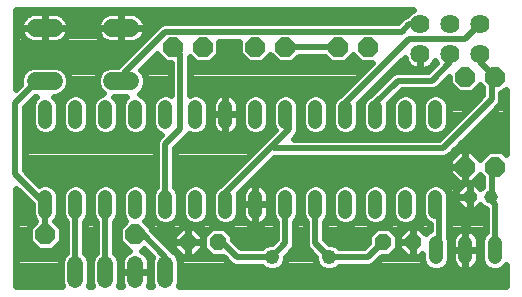
<source format=gtl>
G75*
%MOIN*%
%OFA0B0*%
%FSLAX25Y25*%
%IPPOS*%
%LPD*%
%AMOC8*
5,1,8,0,0,1.08239X$1,22.5*
%
%ADD10OC8,0.05600*%
%ADD11C,0.04800*%
%ADD12C,0.06400*%
%ADD13OC8,0.06600*%
%ADD14C,0.04800*%
%ADD15C,0.05400*%
%ADD16OC8,0.04600*%
%ADD17C,0.04600*%
%ADD18C,0.06000*%
%ADD19C,0.02400*%
%ADD20C,0.02000*%
D10*
X0072200Y0029700D03*
X0082200Y0029700D03*
X0137200Y0029700D03*
X0147200Y0029700D03*
D11*
X0154853Y0029495D02*
X0154853Y0024695D01*
X0164695Y0024695D02*
X0164695Y0029495D01*
X0174538Y0029495D02*
X0174538Y0024695D01*
X0154700Y0039800D02*
X0154700Y0044600D01*
X0144700Y0044600D02*
X0144700Y0039800D01*
X0134700Y0039800D02*
X0134700Y0044600D01*
X0124700Y0044600D02*
X0124700Y0039800D01*
X0114700Y0039800D02*
X0114700Y0044600D01*
X0104700Y0044600D02*
X0104700Y0039800D01*
X0094700Y0039800D02*
X0094700Y0044600D01*
X0084700Y0044600D02*
X0084700Y0039800D01*
X0074700Y0039800D02*
X0074700Y0044600D01*
X0064700Y0044600D02*
X0064700Y0039800D01*
X0054700Y0039800D02*
X0054700Y0044600D01*
X0044700Y0044600D02*
X0044700Y0039800D01*
X0034700Y0039800D02*
X0034700Y0044600D01*
X0024700Y0044600D02*
X0024700Y0039800D01*
X0024700Y0069800D02*
X0024700Y0074600D01*
X0034700Y0074600D02*
X0034700Y0069800D01*
X0044700Y0069800D02*
X0044700Y0074600D01*
X0054700Y0074600D02*
X0054700Y0069800D01*
X0064700Y0069800D02*
X0064700Y0074600D01*
X0074700Y0074600D02*
X0074700Y0069800D01*
X0084700Y0069800D02*
X0084700Y0074600D01*
X0094700Y0074600D02*
X0094700Y0069800D01*
X0104700Y0069800D02*
X0104700Y0074600D01*
X0114700Y0074600D02*
X0114700Y0069800D01*
X0124700Y0069800D02*
X0124700Y0074600D01*
X0134700Y0074600D02*
X0134700Y0069800D01*
X0144700Y0069800D02*
X0144700Y0074600D01*
X0154700Y0074600D02*
X0154700Y0069800D01*
D12*
X0149700Y0092200D03*
X0159700Y0092200D03*
X0169700Y0092200D03*
X0169700Y0102200D03*
X0159700Y0102200D03*
X0149700Y0102200D03*
D13*
X0132200Y0094700D03*
X0122200Y0094700D03*
X0104700Y0094700D03*
X0094700Y0094700D03*
X0077200Y0094700D03*
X0067200Y0094700D03*
X0164700Y0084700D03*
X0174700Y0084700D03*
X0174700Y0054700D03*
X0164700Y0054700D03*
X0054700Y0032200D03*
X0024700Y0032200D03*
D14*
X0100200Y0024700D03*
X0119200Y0024700D03*
D15*
X0064700Y0022400D02*
X0064700Y0017000D01*
X0054700Y0017000D02*
X0054700Y0022400D01*
X0044700Y0022400D02*
X0044700Y0017000D01*
X0034700Y0017000D02*
X0034700Y0022400D01*
D16*
X0166200Y0044700D03*
D17*
X0173200Y0044700D03*
D18*
X0053000Y0083300D02*
X0047000Y0083300D01*
X0027400Y0083300D02*
X0021400Y0083300D01*
X0021400Y0101100D02*
X0027400Y0101100D01*
X0047000Y0101100D02*
X0053000Y0101100D01*
D19*
X0014900Y0047475D02*
X0014900Y0014900D01*
X0030266Y0014900D01*
X0029800Y0016025D01*
X0029800Y0023375D01*
X0030546Y0025176D01*
X0031500Y0026130D01*
X0031500Y0036495D01*
X0030800Y0037194D01*
X0030100Y0038885D01*
X0030100Y0045515D01*
X0030800Y0047206D01*
X0032094Y0048500D01*
X0033785Y0049200D01*
X0035615Y0049200D01*
X0037306Y0048500D01*
X0038600Y0047206D01*
X0039300Y0045515D01*
X0039300Y0038885D01*
X0038600Y0037194D01*
X0037900Y0036495D01*
X0037900Y0026130D01*
X0038854Y0025176D01*
X0039600Y0023375D01*
X0039600Y0016025D01*
X0039134Y0014900D01*
X0040266Y0014900D01*
X0039800Y0016025D01*
X0039800Y0023375D01*
X0040546Y0025176D01*
X0041500Y0026130D01*
X0041500Y0036495D01*
X0040800Y0037194D01*
X0040100Y0038885D01*
X0040100Y0045515D01*
X0040800Y0047206D01*
X0042094Y0048500D01*
X0043785Y0049200D01*
X0045615Y0049200D01*
X0047306Y0048500D01*
X0048600Y0047206D01*
X0049300Y0045515D01*
X0049300Y0038885D01*
X0048600Y0037194D01*
X0047900Y0036495D01*
X0047900Y0026130D01*
X0048854Y0025176D01*
X0049600Y0023375D01*
X0049600Y0016025D01*
X0049134Y0014900D01*
X0050271Y0014900D01*
X0050159Y0015119D01*
X0049921Y0015853D01*
X0049800Y0016614D01*
X0049800Y0019700D01*
X0054700Y0019700D01*
X0059600Y0019700D01*
X0059600Y0022786D01*
X0059479Y0023547D01*
X0059241Y0024281D01*
X0058891Y0024968D01*
X0058437Y0025592D01*
X0057892Y0026137D01*
X0057268Y0026591D01*
X0057004Y0026726D01*
X0057576Y0027298D01*
X0060298Y0024577D01*
X0059800Y0023375D01*
X0059800Y0016025D01*
X0060266Y0014900D01*
X0059129Y0014900D01*
X0059241Y0015119D01*
X0059479Y0015853D01*
X0059600Y0016614D01*
X0059600Y0019700D01*
X0054700Y0019700D01*
X0054700Y0019700D01*
X0054700Y0019700D01*
X0049800Y0019700D01*
X0049800Y0022786D01*
X0049921Y0023547D01*
X0050159Y0024281D01*
X0050509Y0024968D01*
X0050962Y0025592D01*
X0051508Y0026137D01*
X0052132Y0026591D01*
X0052396Y0026726D01*
X0049200Y0029922D01*
X0049200Y0034478D01*
X0051358Y0036636D01*
X0050800Y0037194D01*
X0050100Y0038885D01*
X0050100Y0045515D01*
X0050800Y0047206D01*
X0052094Y0048500D01*
X0053785Y0049200D01*
X0055615Y0049200D01*
X0057306Y0048500D01*
X0058600Y0047206D01*
X0059300Y0045515D01*
X0059300Y0038885D01*
X0058600Y0037194D01*
X0058042Y0036636D01*
X0060200Y0034478D01*
X0060200Y0033725D01*
X0067298Y0026628D01*
X0067476Y0026554D01*
X0068854Y0025176D01*
X0069600Y0023375D01*
X0069600Y0016025D01*
X0069134Y0014900D01*
X0178201Y0014900D01*
X0178201Y0021853D01*
X0177143Y0020796D01*
X0175453Y0020095D01*
X0173623Y0020095D01*
X0171932Y0020796D01*
X0170638Y0022090D01*
X0169938Y0023780D01*
X0169938Y0030410D01*
X0170638Y0032101D01*
X0171500Y0032963D01*
X0171500Y0040533D01*
X0170651Y0040885D01*
X0169700Y0041836D01*
X0168064Y0040200D01*
X0166200Y0040200D01*
X0166200Y0044700D01*
X0166200Y0044700D01*
X0166200Y0049200D01*
X0168064Y0049200D01*
X0169700Y0047564D01*
X0170250Y0048114D01*
X0170250Y0051372D01*
X0169700Y0051922D01*
X0166978Y0049200D01*
X0164700Y0049200D01*
X0164700Y0054700D01*
X0164700Y0054700D01*
X0164700Y0060200D01*
X0166978Y0060200D01*
X0169700Y0057478D01*
X0172422Y0060200D01*
X0176978Y0060200D01*
X0178201Y0058977D01*
X0178201Y0080423D01*
X0176978Y0079200D01*
X0176650Y0079200D01*
X0176650Y0076563D01*
X0176163Y0075387D01*
X0159913Y0059137D01*
X0159013Y0058237D01*
X0157837Y0057750D01*
X0101025Y0057750D01*
X0089151Y0045875D01*
X0089300Y0045515D01*
X0089300Y0038885D01*
X0088600Y0037194D01*
X0087306Y0035900D01*
X0085615Y0035200D01*
X0083785Y0035200D01*
X0082094Y0035900D01*
X0080800Y0037194D01*
X0080100Y0038885D01*
X0080100Y0045515D01*
X0080800Y0047206D01*
X0082094Y0048500D01*
X0083170Y0048945D01*
X0097612Y0063388D01*
X0097612Y0063388D01*
X0098512Y0064288D01*
X0098512Y0064288D01*
X0101110Y0066885D01*
X0100800Y0067194D01*
X0100100Y0068885D01*
X0100100Y0075515D01*
X0100800Y0077206D01*
X0102094Y0078500D01*
X0103785Y0079200D01*
X0105615Y0079200D01*
X0107306Y0078500D01*
X0108600Y0077206D01*
X0109300Y0075515D01*
X0109300Y0068885D01*
X0109150Y0068523D01*
X0109150Y0066563D01*
X0108663Y0065387D01*
X0107763Y0064487D01*
X0107425Y0064150D01*
X0155875Y0064150D01*
X0170250Y0078525D01*
X0170250Y0081372D01*
X0169700Y0081922D01*
X0166978Y0079200D01*
X0162422Y0079200D01*
X0159200Y0082422D01*
X0159200Y0084675D01*
X0155263Y0080737D01*
X0154087Y0080250D01*
X0143525Y0080250D01*
X0139151Y0075875D01*
X0139300Y0075515D01*
X0139300Y0068885D01*
X0138600Y0067194D01*
X0137306Y0065900D01*
X0135615Y0065200D01*
X0133785Y0065200D01*
X0132094Y0065900D01*
X0130800Y0067194D01*
X0130100Y0068885D01*
X0130100Y0075515D01*
X0130800Y0077206D01*
X0132094Y0078500D01*
X0133170Y0078945D01*
X0139487Y0085263D01*
X0140387Y0086163D01*
X0141563Y0086650D01*
X0152125Y0086650D01*
X0154974Y0089499D01*
X0154708Y0090140D01*
X0154704Y0090127D01*
X0154318Y0089370D01*
X0153819Y0088682D01*
X0153218Y0088081D01*
X0152530Y0087582D01*
X0151773Y0087196D01*
X0150965Y0086933D01*
X0150125Y0086800D01*
X0149700Y0086800D01*
X0149700Y0092200D01*
X0149700Y0092200D01*
X0149700Y0086800D01*
X0149275Y0086800D01*
X0148435Y0086933D01*
X0147627Y0087196D01*
X0146870Y0087582D01*
X0146182Y0088081D01*
X0145581Y0088682D01*
X0145082Y0089370D01*
X0144696Y0090127D01*
X0144433Y0090935D01*
X0144403Y0091127D01*
X0129151Y0075875D01*
X0129300Y0075515D01*
X0129300Y0068885D01*
X0128600Y0067194D01*
X0127306Y0065900D01*
X0125615Y0065200D01*
X0123785Y0065200D01*
X0122094Y0065900D01*
X0120800Y0067194D01*
X0120100Y0068885D01*
X0120100Y0075515D01*
X0120800Y0077206D01*
X0122094Y0078500D01*
X0123170Y0078945D01*
X0133425Y0089200D01*
X0129922Y0089200D01*
X0127200Y0091922D01*
X0124478Y0089200D01*
X0119922Y0089200D01*
X0117622Y0091500D01*
X0109278Y0091500D01*
X0106978Y0089200D01*
X0102422Y0089200D01*
X0099700Y0091922D01*
X0096978Y0089200D01*
X0092422Y0089200D01*
X0089200Y0092422D01*
X0089200Y0096500D01*
X0082700Y0096500D01*
X0082700Y0092422D01*
X0079478Y0089200D01*
X0074922Y0089200D01*
X0072900Y0091222D01*
X0072900Y0078833D01*
X0073785Y0079200D01*
X0075615Y0079200D01*
X0077306Y0078500D01*
X0078600Y0077206D01*
X0079300Y0075515D01*
X0079300Y0068885D01*
X0078600Y0067194D01*
X0077306Y0065900D01*
X0075615Y0065200D01*
X0073785Y0065200D01*
X0072548Y0065713D01*
X0072413Y0065387D01*
X0071513Y0064487D01*
X0067900Y0060875D01*
X0067900Y0047905D01*
X0068600Y0047206D01*
X0069300Y0045515D01*
X0069300Y0038885D01*
X0068600Y0037194D01*
X0067306Y0035900D01*
X0065615Y0035200D01*
X0063785Y0035200D01*
X0062094Y0035900D01*
X0060800Y0037194D01*
X0060100Y0038885D01*
X0060100Y0045515D01*
X0060800Y0047206D01*
X0061500Y0047905D01*
X0061500Y0062837D01*
X0061987Y0064013D01*
X0063353Y0065379D01*
X0062094Y0065900D01*
X0060800Y0067194D01*
X0060100Y0068885D01*
X0060100Y0075515D01*
X0060800Y0077206D01*
X0062094Y0078500D01*
X0063785Y0079200D01*
X0065615Y0079200D01*
X0066500Y0078833D01*
X0066500Y0089200D01*
X0064922Y0089200D01*
X0061824Y0092298D01*
X0056590Y0087064D01*
X0057408Y0086246D01*
X0058200Y0084334D01*
X0058200Y0082266D01*
X0057408Y0080354D01*
X0056067Y0079013D01*
X0057306Y0078500D01*
X0058600Y0077206D01*
X0059300Y0075515D01*
X0059300Y0068885D01*
X0058600Y0067194D01*
X0057306Y0065900D01*
X0055615Y0065200D01*
X0053785Y0065200D01*
X0052094Y0065900D01*
X0050800Y0067194D01*
X0050100Y0068885D01*
X0050100Y0075515D01*
X0050800Y0077206D01*
X0051695Y0078100D01*
X0047705Y0078100D01*
X0048600Y0077206D01*
X0049300Y0075515D01*
X0049300Y0068885D01*
X0048600Y0067194D01*
X0047306Y0065900D01*
X0045615Y0065200D01*
X0043785Y0065200D01*
X0042094Y0065900D01*
X0040800Y0067194D01*
X0040100Y0068885D01*
X0040100Y0075515D01*
X0040800Y0077206D01*
X0042094Y0078500D01*
X0043757Y0079189D01*
X0042592Y0080354D01*
X0041800Y0082266D01*
X0041800Y0084334D01*
X0042592Y0086246D01*
X0044054Y0087708D01*
X0045966Y0088500D01*
X0048975Y0088500D01*
X0049137Y0088663D01*
X0061987Y0101513D01*
X0061987Y0101513D01*
X0062887Y0102413D01*
X0064063Y0102900D01*
X0142125Y0102900D01*
X0143237Y0104013D01*
X0144137Y0104913D01*
X0145228Y0105364D01*
X0146641Y0106778D01*
X0147082Y0106961D01*
X0014900Y0106961D01*
X0014900Y0080675D01*
X0016285Y0082060D01*
X0016200Y0082266D01*
X0016200Y0084334D01*
X0016992Y0086246D01*
X0018454Y0087708D01*
X0020366Y0088500D01*
X0028434Y0088500D01*
X0030346Y0087708D01*
X0031808Y0086246D01*
X0032600Y0084334D01*
X0032600Y0082266D01*
X0031808Y0080354D01*
X0030346Y0078892D01*
X0028434Y0078100D01*
X0027705Y0078100D01*
X0028600Y0077206D01*
X0029300Y0075515D01*
X0029300Y0068885D01*
X0028600Y0067194D01*
X0027306Y0065900D01*
X0025615Y0065200D01*
X0023785Y0065200D01*
X0022094Y0065900D01*
X0020800Y0067194D01*
X0020100Y0068885D01*
X0020100Y0075515D01*
X0020800Y0077206D01*
X0021695Y0078100D01*
X0021375Y0078100D01*
X0017900Y0074625D01*
X0017900Y0053525D01*
X0022682Y0048743D01*
X0023785Y0049200D01*
X0025615Y0049200D01*
X0027306Y0048500D01*
X0028600Y0047206D01*
X0029300Y0045515D01*
X0029300Y0038885D01*
X0028600Y0037194D01*
X0028042Y0036636D01*
X0030200Y0034478D01*
X0030200Y0029922D01*
X0026978Y0026700D01*
X0022422Y0026700D01*
X0019200Y0029922D01*
X0019200Y0034478D01*
X0021358Y0036636D01*
X0020800Y0037194D01*
X0020100Y0038885D01*
X0020100Y0042275D01*
X0014900Y0047475D01*
X0014900Y0045779D02*
X0016595Y0045779D01*
X0014900Y0043381D02*
X0018994Y0043381D01*
X0020100Y0040982D02*
X0014900Y0040982D01*
X0014900Y0038584D02*
X0020225Y0038584D01*
X0020907Y0036185D02*
X0014900Y0036185D01*
X0014900Y0033787D02*
X0019200Y0033787D01*
X0019200Y0031388D02*
X0014900Y0031388D01*
X0014900Y0028990D02*
X0020132Y0028990D01*
X0014900Y0026591D02*
X0031500Y0026591D01*
X0031500Y0028990D02*
X0029268Y0028990D01*
X0030200Y0031388D02*
X0031500Y0031388D01*
X0031500Y0033787D02*
X0030200Y0033787D01*
X0031500Y0036185D02*
X0028493Y0036185D01*
X0029175Y0038584D02*
X0030225Y0038584D01*
X0030100Y0040982D02*
X0029300Y0040982D01*
X0029300Y0043381D02*
X0030100Y0043381D01*
X0030209Y0045779D02*
X0029191Y0045779D01*
X0027628Y0048178D02*
X0031772Y0048178D01*
X0037628Y0048178D02*
X0041772Y0048178D01*
X0040209Y0045779D02*
X0039191Y0045779D01*
X0039300Y0043381D02*
X0040100Y0043381D01*
X0040100Y0040982D02*
X0039300Y0040982D01*
X0039175Y0038584D02*
X0040225Y0038584D01*
X0041500Y0036185D02*
X0037900Y0036185D01*
X0037900Y0033787D02*
X0041500Y0033787D01*
X0041500Y0031388D02*
X0037900Y0031388D01*
X0037900Y0028990D02*
X0041500Y0028990D01*
X0041500Y0026591D02*
X0037900Y0026591D01*
X0039261Y0024193D02*
X0040139Y0024193D01*
X0039800Y0021794D02*
X0039600Y0021794D01*
X0039600Y0019396D02*
X0039800Y0019396D01*
X0039800Y0016997D02*
X0039600Y0016997D01*
X0029800Y0016997D02*
X0014900Y0016997D01*
X0014900Y0019396D02*
X0029800Y0019396D01*
X0029800Y0021794D02*
X0014900Y0021794D01*
X0014900Y0024193D02*
X0030139Y0024193D01*
X0047900Y0026591D02*
X0052132Y0026591D01*
X0050132Y0028990D02*
X0047900Y0028990D01*
X0047900Y0031388D02*
X0049200Y0031388D01*
X0049200Y0033787D02*
X0047900Y0033787D01*
X0047900Y0036185D02*
X0050907Y0036185D01*
X0050225Y0038584D02*
X0049175Y0038584D01*
X0049300Y0040982D02*
X0050100Y0040982D01*
X0050100Y0043381D02*
X0049300Y0043381D01*
X0049191Y0045779D02*
X0050209Y0045779D01*
X0051772Y0048178D02*
X0047628Y0048178D01*
X0057628Y0048178D02*
X0061500Y0048178D01*
X0061500Y0050576D02*
X0020849Y0050576D01*
X0018451Y0052975D02*
X0061500Y0052975D01*
X0061500Y0055373D02*
X0017900Y0055373D01*
X0017900Y0057772D02*
X0061500Y0057772D01*
X0061500Y0060170D02*
X0017900Y0060170D01*
X0017900Y0062569D02*
X0061500Y0062569D01*
X0062942Y0064967D02*
X0017900Y0064967D01*
X0017900Y0067366D02*
X0020729Y0067366D01*
X0020100Y0069764D02*
X0017900Y0069764D01*
X0017900Y0072163D02*
X0020100Y0072163D01*
X0020100Y0074561D02*
X0017900Y0074561D01*
X0020235Y0076960D02*
X0020698Y0076960D01*
X0015981Y0081757D02*
X0014900Y0081757D01*
X0014900Y0084155D02*
X0016200Y0084155D01*
X0017300Y0086554D02*
X0014900Y0086554D01*
X0014900Y0088952D02*
X0049427Y0088952D01*
X0051825Y0091351D02*
X0014900Y0091351D01*
X0014900Y0093749D02*
X0054224Y0093749D01*
X0054218Y0096028D02*
X0054996Y0096281D01*
X0055725Y0096653D01*
X0056388Y0097134D01*
X0056966Y0097712D01*
X0057447Y0098375D01*
X0057819Y0099104D01*
X0058072Y0099882D01*
X0058200Y0100691D01*
X0058200Y0101100D01*
X0058200Y0101509D01*
X0058072Y0102318D01*
X0057819Y0103096D01*
X0057447Y0103825D01*
X0056966Y0104488D01*
X0056388Y0105066D01*
X0055725Y0105547D01*
X0054996Y0105919D01*
X0054218Y0106172D01*
X0053409Y0106300D01*
X0050000Y0106300D01*
X0050000Y0101100D01*
X0050000Y0101100D01*
X0058200Y0101100D01*
X0050000Y0101100D01*
X0050000Y0101100D01*
X0050000Y0106300D01*
X0046591Y0106300D01*
X0045782Y0106172D01*
X0045004Y0105919D01*
X0044275Y0105547D01*
X0043612Y0105066D01*
X0043034Y0104488D01*
X0042553Y0103825D01*
X0042181Y0103096D01*
X0041928Y0102318D01*
X0041800Y0101509D01*
X0041800Y0101100D01*
X0050000Y0101100D01*
X0050000Y0095900D01*
X0053409Y0095900D01*
X0054218Y0096028D01*
X0054587Y0096148D02*
X0056622Y0096148D01*
X0057535Y0098546D02*
X0059021Y0098546D01*
X0058200Y0100945D02*
X0061419Y0100945D01*
X0057693Y0103343D02*
X0142568Y0103343D01*
X0145605Y0105742D02*
X0055344Y0105742D01*
X0050000Y0105742D02*
X0050000Y0105742D01*
X0050000Y0103343D02*
X0050000Y0103343D01*
X0050000Y0101100D02*
X0050000Y0101100D01*
X0050000Y0101100D01*
X0050000Y0095900D01*
X0046591Y0095900D01*
X0045782Y0096028D01*
X0045004Y0096281D01*
X0044275Y0096653D01*
X0043612Y0097134D01*
X0043034Y0097712D01*
X0042553Y0098375D01*
X0042181Y0099104D01*
X0041928Y0099882D01*
X0041800Y0100691D01*
X0041800Y0101100D01*
X0050000Y0101100D01*
X0050000Y0100945D02*
X0050000Y0100945D01*
X0050000Y0098546D02*
X0050000Y0098546D01*
X0050000Y0096148D02*
X0050000Y0096148D01*
X0045413Y0096148D02*
X0028987Y0096148D01*
X0028618Y0096028D02*
X0029396Y0096281D01*
X0030125Y0096653D01*
X0030788Y0097134D01*
X0031366Y0097712D01*
X0031847Y0098375D01*
X0032219Y0099104D01*
X0032472Y0099882D01*
X0032600Y0100691D01*
X0032600Y0101100D01*
X0032600Y0101509D01*
X0032472Y0102318D01*
X0032219Y0103096D01*
X0031847Y0103825D01*
X0031366Y0104488D01*
X0030788Y0105066D01*
X0030125Y0105547D01*
X0029396Y0105919D01*
X0028618Y0106172D01*
X0027809Y0106300D01*
X0024400Y0106300D01*
X0024400Y0101100D01*
X0024400Y0101100D01*
X0032600Y0101100D01*
X0024400Y0101100D01*
X0024400Y0101100D01*
X0024400Y0106300D01*
X0020991Y0106300D01*
X0020182Y0106172D01*
X0019404Y0105919D01*
X0018675Y0105547D01*
X0018012Y0105066D01*
X0017434Y0104488D01*
X0016953Y0103825D01*
X0016581Y0103096D01*
X0016328Y0102318D01*
X0016200Y0101509D01*
X0016200Y0101100D01*
X0024400Y0101100D01*
X0024400Y0095900D01*
X0027809Y0095900D01*
X0028618Y0096028D01*
X0031935Y0098546D02*
X0042465Y0098546D01*
X0041800Y0100945D02*
X0032600Y0100945D01*
X0032093Y0103343D02*
X0042307Y0103343D01*
X0044656Y0105742D02*
X0029744Y0105742D01*
X0024400Y0105742D02*
X0024400Y0105742D01*
X0024400Y0103343D02*
X0024400Y0103343D01*
X0024400Y0101100D02*
X0024400Y0101100D01*
X0024400Y0101100D01*
X0024400Y0095900D01*
X0020991Y0095900D01*
X0020182Y0096028D01*
X0019404Y0096281D01*
X0018675Y0096653D01*
X0018012Y0097134D01*
X0017434Y0097712D01*
X0016953Y0098375D01*
X0016581Y0099104D01*
X0016328Y0099882D01*
X0016200Y0100691D01*
X0016200Y0101100D01*
X0024400Y0101100D01*
X0024400Y0100945D02*
X0024400Y0100945D01*
X0024400Y0098546D02*
X0024400Y0098546D01*
X0024400Y0096148D02*
X0024400Y0096148D01*
X0019813Y0096148D02*
X0014900Y0096148D01*
X0014900Y0098546D02*
X0016865Y0098546D01*
X0016200Y0100945D02*
X0014900Y0100945D01*
X0014900Y0103343D02*
X0016707Y0103343D01*
X0014900Y0105742D02*
X0019056Y0105742D01*
X0031500Y0086554D02*
X0042900Y0086554D01*
X0041800Y0084155D02*
X0032600Y0084155D01*
X0032389Y0081757D02*
X0042011Y0081757D01*
X0043588Y0079358D02*
X0030812Y0079358D01*
X0032094Y0078500D02*
X0030800Y0077206D01*
X0030100Y0075515D01*
X0030100Y0068885D01*
X0030800Y0067194D01*
X0032094Y0065900D01*
X0033785Y0065200D01*
X0035615Y0065200D01*
X0037306Y0065900D01*
X0038600Y0067194D01*
X0039300Y0068885D01*
X0039300Y0075515D01*
X0038600Y0077206D01*
X0037306Y0078500D01*
X0035615Y0079200D01*
X0033785Y0079200D01*
X0032094Y0078500D01*
X0030698Y0076960D02*
X0028702Y0076960D01*
X0029300Y0074561D02*
X0030100Y0074561D01*
X0030100Y0072163D02*
X0029300Y0072163D01*
X0029300Y0069764D02*
X0030100Y0069764D01*
X0030729Y0067366D02*
X0028671Y0067366D01*
X0038671Y0067366D02*
X0040729Y0067366D01*
X0040100Y0069764D02*
X0039300Y0069764D01*
X0039300Y0072163D02*
X0040100Y0072163D01*
X0040100Y0074561D02*
X0039300Y0074561D01*
X0038702Y0076960D02*
X0040698Y0076960D01*
X0048702Y0076960D02*
X0050698Y0076960D01*
X0050100Y0074561D02*
X0049300Y0074561D01*
X0049300Y0072163D02*
X0050100Y0072163D01*
X0050100Y0069764D02*
X0049300Y0069764D01*
X0048671Y0067366D02*
X0050729Y0067366D01*
X0058671Y0067366D02*
X0060729Y0067366D01*
X0060100Y0069764D02*
X0059300Y0069764D01*
X0059300Y0072163D02*
X0060100Y0072163D01*
X0060100Y0074561D02*
X0059300Y0074561D01*
X0058702Y0076960D02*
X0060698Y0076960D01*
X0056412Y0079358D02*
X0066500Y0079358D01*
X0066500Y0081757D02*
X0057989Y0081757D01*
X0058200Y0084155D02*
X0066500Y0084155D01*
X0066500Y0086554D02*
X0057100Y0086554D01*
X0058478Y0088952D02*
X0066500Y0088952D01*
X0062771Y0091351D02*
X0060876Y0091351D01*
X0072900Y0088952D02*
X0133177Y0088952D01*
X0130778Y0086554D02*
X0072900Y0086554D01*
X0072900Y0084155D02*
X0128380Y0084155D01*
X0125981Y0081757D02*
X0072900Y0081757D01*
X0072900Y0079358D02*
X0123583Y0079358D01*
X0120698Y0076960D02*
X0118702Y0076960D01*
X0118600Y0077206D02*
X0117306Y0078500D01*
X0115615Y0079200D01*
X0113785Y0079200D01*
X0112094Y0078500D01*
X0110800Y0077206D01*
X0110100Y0075515D01*
X0110100Y0068885D01*
X0110800Y0067194D01*
X0112094Y0065900D01*
X0113785Y0065200D01*
X0115615Y0065200D01*
X0117306Y0065900D01*
X0118600Y0067194D01*
X0119300Y0068885D01*
X0119300Y0075515D01*
X0118600Y0077206D01*
X0119300Y0074561D02*
X0120100Y0074561D01*
X0120100Y0072163D02*
X0119300Y0072163D01*
X0119300Y0069764D02*
X0120100Y0069764D01*
X0120729Y0067366D02*
X0118671Y0067366D01*
X0110729Y0067366D02*
X0109150Y0067366D01*
X0109300Y0069764D02*
X0110100Y0069764D01*
X0110100Y0072163D02*
X0109300Y0072163D01*
X0109300Y0074561D02*
X0110100Y0074561D01*
X0110698Y0076960D02*
X0108702Y0076960D01*
X0100698Y0076960D02*
X0098702Y0076960D01*
X0098600Y0077206D02*
X0097306Y0078500D01*
X0095615Y0079200D01*
X0093785Y0079200D01*
X0092094Y0078500D01*
X0090800Y0077206D01*
X0090100Y0075515D01*
X0090100Y0068885D01*
X0090800Y0067194D01*
X0092094Y0065900D01*
X0093785Y0065200D01*
X0095615Y0065200D01*
X0097306Y0065900D01*
X0098600Y0067194D01*
X0099300Y0068885D01*
X0099300Y0075515D01*
X0098600Y0077206D01*
X0099300Y0074561D02*
X0100100Y0074561D01*
X0100100Y0072163D02*
X0099300Y0072163D01*
X0099300Y0069764D02*
X0100100Y0069764D01*
X0100729Y0067366D02*
X0098671Y0067366D01*
X0099192Y0064967D02*
X0071993Y0064967D01*
X0069594Y0062569D02*
X0096793Y0062569D01*
X0094395Y0060170D02*
X0067900Y0060170D01*
X0067900Y0057772D02*
X0091996Y0057772D01*
X0089598Y0055373D02*
X0067900Y0055373D01*
X0067900Y0052975D02*
X0087199Y0052975D01*
X0084801Y0050576D02*
X0067900Y0050576D01*
X0067900Y0048178D02*
X0071772Y0048178D01*
X0072094Y0048500D02*
X0070800Y0047206D01*
X0070100Y0045515D01*
X0070100Y0038885D01*
X0070800Y0037194D01*
X0072094Y0035900D01*
X0073785Y0035200D01*
X0075615Y0035200D01*
X0077306Y0035900D01*
X0078600Y0037194D01*
X0079300Y0038885D01*
X0079300Y0045515D01*
X0078600Y0047206D01*
X0077306Y0048500D01*
X0075615Y0049200D01*
X0073785Y0049200D01*
X0072094Y0048500D01*
X0070209Y0045779D02*
X0069191Y0045779D01*
X0069300Y0043381D02*
X0070100Y0043381D01*
X0070100Y0040982D02*
X0069300Y0040982D01*
X0069175Y0038584D02*
X0070225Y0038584D01*
X0071809Y0036185D02*
X0067590Y0036185D01*
X0069216Y0033787D02*
X0060200Y0033787D01*
X0061809Y0036185D02*
X0058493Y0036185D01*
X0059175Y0038584D02*
X0060225Y0038584D01*
X0060100Y0040982D02*
X0059300Y0040982D01*
X0059300Y0043381D02*
X0060100Y0043381D01*
X0060209Y0045779D02*
X0059191Y0045779D01*
X0070129Y0034700D02*
X0067200Y0031771D01*
X0067200Y0029700D01*
X0072200Y0029700D01*
X0077200Y0029700D01*
X0077200Y0031771D01*
X0077200Y0027629D01*
X0080129Y0024700D01*
X0083925Y0024700D01*
X0086637Y0021987D01*
X0087813Y0021500D01*
X0096895Y0021500D01*
X0097594Y0020800D01*
X0099285Y0020100D01*
X0101115Y0020100D01*
X0102806Y0020800D01*
X0104100Y0022094D01*
X0104800Y0023785D01*
X0104800Y0024775D01*
X0107413Y0027387D01*
X0107900Y0028563D01*
X0107900Y0036495D01*
X0108600Y0037194D01*
X0109300Y0038885D01*
X0109300Y0045515D01*
X0108600Y0047206D01*
X0107306Y0048500D01*
X0105615Y0049200D01*
X0103785Y0049200D01*
X0102094Y0048500D01*
X0100800Y0047206D01*
X0100100Y0045515D01*
X0100100Y0038885D01*
X0100800Y0037194D01*
X0101500Y0036495D01*
X0101500Y0030525D01*
X0100275Y0029300D01*
X0099285Y0029300D01*
X0097594Y0028600D01*
X0096895Y0027900D01*
X0089775Y0027900D01*
X0087200Y0030475D01*
X0087200Y0031771D01*
X0084271Y0034700D01*
X0080129Y0034700D01*
X0077200Y0031771D01*
X0074271Y0034700D01*
X0072200Y0034700D01*
X0072200Y0029700D01*
X0072200Y0029700D01*
X0072200Y0029700D01*
X0077200Y0029700D01*
X0077200Y0027629D01*
X0074271Y0024700D01*
X0072200Y0024700D01*
X0072200Y0029700D01*
X0072200Y0029700D01*
X0072200Y0029700D01*
X0072200Y0034700D01*
X0070129Y0034700D01*
X0072200Y0033787D02*
X0072200Y0033787D01*
X0075184Y0033787D02*
X0079216Y0033787D01*
X0077590Y0036185D02*
X0081809Y0036185D01*
X0080225Y0038584D02*
X0079175Y0038584D01*
X0079300Y0040982D02*
X0080100Y0040982D01*
X0080100Y0043381D02*
X0079300Y0043381D01*
X0079191Y0045779D02*
X0080209Y0045779D01*
X0081772Y0048178D02*
X0077628Y0048178D01*
X0089191Y0045779D02*
X0090246Y0045779D01*
X0090213Y0045677D02*
X0090100Y0044962D01*
X0090100Y0042200D01*
X0094700Y0042200D01*
X0099300Y0042200D01*
X0099300Y0044962D01*
X0099187Y0045677D01*
X0098963Y0046366D01*
X0098634Y0047011D01*
X0098209Y0047597D01*
X0097697Y0048109D01*
X0097111Y0048534D01*
X0096466Y0048863D01*
X0095777Y0049087D01*
X0095062Y0049200D01*
X0094700Y0049200D01*
X0094700Y0042200D01*
X0094700Y0042200D01*
X0094700Y0042200D01*
X0099300Y0042200D01*
X0099300Y0039438D01*
X0099187Y0038723D01*
X0098963Y0038034D01*
X0098634Y0037389D01*
X0098209Y0036803D01*
X0097697Y0036291D01*
X0097111Y0035866D01*
X0096466Y0035537D01*
X0095777Y0035313D01*
X0095062Y0035200D01*
X0094700Y0035200D01*
X0094700Y0042200D01*
X0094700Y0042200D01*
X0094700Y0042200D01*
X0094700Y0049200D01*
X0094338Y0049200D01*
X0093623Y0049087D01*
X0092934Y0048863D01*
X0092289Y0048534D01*
X0091703Y0048109D01*
X0091191Y0047597D01*
X0090766Y0047011D01*
X0090437Y0046366D01*
X0090213Y0045677D01*
X0090100Y0043381D02*
X0089300Y0043381D01*
X0090100Y0042200D02*
X0090100Y0039438D01*
X0090213Y0038723D01*
X0090437Y0038034D01*
X0090766Y0037389D01*
X0091191Y0036803D01*
X0091703Y0036291D01*
X0092289Y0035866D01*
X0092934Y0035537D01*
X0093623Y0035313D01*
X0094338Y0035200D01*
X0094700Y0035200D01*
X0094700Y0042200D01*
X0090100Y0042200D01*
X0090100Y0040982D02*
X0089300Y0040982D01*
X0089175Y0038584D02*
X0090258Y0038584D01*
X0091849Y0036185D02*
X0087590Y0036185D01*
X0085184Y0033787D02*
X0101500Y0033787D01*
X0101500Y0036185D02*
X0097551Y0036185D01*
X0094700Y0036185D02*
X0094700Y0036185D01*
X0094700Y0038584D02*
X0094700Y0038584D01*
X0094700Y0040982D02*
X0094700Y0040982D01*
X0094700Y0043381D02*
X0094700Y0043381D01*
X0094700Y0045779D02*
X0094700Y0045779D01*
X0094700Y0048178D02*
X0094700Y0048178D01*
X0091798Y0048178D02*
X0091453Y0048178D01*
X0093852Y0050576D02*
X0161046Y0050576D01*
X0162422Y0049200D02*
X0159200Y0052422D01*
X0159200Y0054700D01*
X0164700Y0054700D01*
X0164700Y0054700D01*
X0164700Y0054700D01*
X0164700Y0060200D01*
X0162422Y0060200D01*
X0159200Y0056978D01*
X0159200Y0054700D01*
X0164700Y0054700D01*
X0164700Y0049200D01*
X0162422Y0049200D01*
X0163314Y0048178D02*
X0157628Y0048178D01*
X0157306Y0048500D02*
X0155615Y0049200D01*
X0153785Y0049200D01*
X0152094Y0048500D01*
X0150800Y0047206D01*
X0150100Y0045515D01*
X0150100Y0038885D01*
X0150800Y0037194D01*
X0152094Y0035900D01*
X0152750Y0035629D01*
X0152750Y0033603D01*
X0152247Y0033395D01*
X0151412Y0032559D01*
X0149271Y0034700D01*
X0147200Y0034700D01*
X0147200Y0029700D01*
X0147200Y0029700D01*
X0147200Y0024700D01*
X0149271Y0024700D01*
X0150253Y0025682D01*
X0150253Y0023780D01*
X0150953Y0022090D01*
X0152247Y0020796D01*
X0153938Y0020095D01*
X0155768Y0020095D01*
X0157458Y0020796D01*
X0158752Y0022090D01*
X0159453Y0023780D01*
X0159453Y0030410D01*
X0159150Y0031141D01*
X0159150Y0038523D01*
X0159300Y0038885D01*
X0159300Y0045515D01*
X0158600Y0047206D01*
X0157306Y0048500D01*
X0159191Y0045779D02*
X0161700Y0045779D01*
X0161700Y0046564D02*
X0161700Y0044700D01*
X0166200Y0044700D01*
X0166200Y0044700D01*
X0166200Y0044700D01*
X0166200Y0049200D01*
X0164336Y0049200D01*
X0161700Y0046564D01*
X0161700Y0044700D02*
X0161700Y0042836D01*
X0164336Y0040200D01*
X0166200Y0040200D01*
X0166200Y0044700D01*
X0161700Y0044700D01*
X0161700Y0043381D02*
X0159300Y0043381D01*
X0159300Y0040982D02*
X0163554Y0040982D01*
X0166200Y0040982D02*
X0166200Y0040982D01*
X0168846Y0040982D02*
X0170554Y0040982D01*
X0171500Y0038584D02*
X0159175Y0038584D01*
X0159150Y0036185D02*
X0171500Y0036185D01*
X0171500Y0033787D02*
X0166374Y0033787D01*
X0166461Y0033758D02*
X0165772Y0033982D01*
X0165057Y0034095D01*
X0164695Y0034095D01*
X0164333Y0034095D01*
X0163618Y0033982D01*
X0162929Y0033758D01*
X0162284Y0033430D01*
X0161699Y0033004D01*
X0161187Y0032492D01*
X0160761Y0031906D01*
X0160432Y0031261D01*
X0160209Y0030572D01*
X0160095Y0029857D01*
X0160095Y0027095D01*
X0160095Y0024333D01*
X0160209Y0023618D01*
X0160432Y0022929D01*
X0160761Y0022284D01*
X0161187Y0021699D01*
X0161699Y0021187D01*
X0162284Y0020761D01*
X0162929Y0020432D01*
X0163618Y0020209D01*
X0164333Y0020095D01*
X0164695Y0020095D01*
X0164695Y0027095D01*
X0164695Y0027095D01*
X0160095Y0027095D01*
X0164695Y0027095D01*
X0164695Y0027095D01*
X0164695Y0020095D01*
X0165057Y0020095D01*
X0165772Y0020209D01*
X0166461Y0020432D01*
X0167106Y0020761D01*
X0167692Y0021187D01*
X0168204Y0021699D01*
X0168630Y0022284D01*
X0168958Y0022929D01*
X0169182Y0023618D01*
X0169295Y0024333D01*
X0169295Y0027095D01*
X0164695Y0027095D01*
X0164695Y0027095D01*
X0164695Y0034095D01*
X0164695Y0027095D01*
X0164695Y0027095D01*
X0169295Y0027095D01*
X0169295Y0029857D01*
X0169182Y0030572D01*
X0168958Y0031261D01*
X0168630Y0031906D01*
X0168204Y0032492D01*
X0167692Y0033004D01*
X0167106Y0033430D01*
X0166461Y0033758D01*
X0164695Y0033787D02*
X0164695Y0033787D01*
X0163017Y0033787D02*
X0159150Y0033787D01*
X0159150Y0031388D02*
X0160497Y0031388D01*
X0160095Y0028990D02*
X0159453Y0028990D01*
X0159453Y0026591D02*
X0160095Y0026591D01*
X0160118Y0024193D02*
X0159453Y0024193D01*
X0158457Y0021794D02*
X0161117Y0021794D01*
X0164695Y0021794D02*
X0164695Y0021794D01*
X0164695Y0024193D02*
X0164695Y0024193D01*
X0164695Y0026591D02*
X0164695Y0026591D01*
X0164695Y0028990D02*
X0164695Y0028990D01*
X0164695Y0031388D02*
X0164695Y0031388D01*
X0168894Y0031388D02*
X0170343Y0031388D01*
X0169938Y0028990D02*
X0169295Y0028990D01*
X0169295Y0026591D02*
X0169938Y0026591D01*
X0169938Y0024193D02*
X0169273Y0024193D01*
X0168273Y0021794D02*
X0170934Y0021794D01*
X0178142Y0021794D02*
X0178201Y0021794D01*
X0178201Y0019396D02*
X0069600Y0019396D01*
X0069600Y0021794D02*
X0087104Y0021794D01*
X0084432Y0024193D02*
X0069261Y0024193D01*
X0070129Y0024700D02*
X0072200Y0024700D01*
X0072200Y0029700D01*
X0067200Y0029700D01*
X0067200Y0027629D01*
X0070129Y0024700D01*
X0068238Y0026591D02*
X0067386Y0026591D01*
X0067200Y0028990D02*
X0064936Y0028990D01*
X0067200Y0031388D02*
X0062537Y0031388D01*
X0058283Y0026591D02*
X0057268Y0026591D01*
X0059270Y0024193D02*
X0060139Y0024193D01*
X0059800Y0021794D02*
X0059600Y0021794D01*
X0059600Y0019396D02*
X0059800Y0019396D01*
X0059800Y0016997D02*
X0059600Y0016997D01*
X0049800Y0016997D02*
X0049600Y0016997D01*
X0049600Y0019396D02*
X0049800Y0019396D01*
X0049800Y0021794D02*
X0049600Y0021794D01*
X0049261Y0024193D02*
X0050130Y0024193D01*
X0069600Y0016997D02*
X0178201Y0016997D01*
X0151249Y0021794D02*
X0133546Y0021794D01*
X0134013Y0021987D02*
X0136725Y0024700D01*
X0139271Y0024700D01*
X0142200Y0027629D01*
X0145129Y0024700D01*
X0147200Y0024700D01*
X0147200Y0029700D01*
X0147200Y0029700D01*
X0147200Y0029700D01*
X0142200Y0029700D01*
X0142200Y0031771D01*
X0145129Y0034700D01*
X0147200Y0034700D01*
X0147200Y0029700D01*
X0142200Y0029700D01*
X0142200Y0027629D01*
X0142200Y0031771D01*
X0139271Y0034700D01*
X0135129Y0034700D01*
X0132200Y0031771D01*
X0132200Y0029225D01*
X0130875Y0027900D01*
X0122505Y0027900D01*
X0121806Y0028600D01*
X0120115Y0029300D01*
X0119125Y0029300D01*
X0117900Y0030525D01*
X0117900Y0036495D01*
X0118600Y0037194D01*
X0119300Y0038885D01*
X0119300Y0045515D01*
X0118600Y0047206D01*
X0117306Y0048500D01*
X0115615Y0049200D01*
X0113785Y0049200D01*
X0112094Y0048500D01*
X0110800Y0047206D01*
X0110100Y0045515D01*
X0110100Y0038885D01*
X0110800Y0037194D01*
X0111500Y0036495D01*
X0111500Y0028563D01*
X0111987Y0027387D01*
X0114600Y0024775D01*
X0114600Y0023785D01*
X0115300Y0022094D01*
X0116594Y0020800D01*
X0118285Y0020100D01*
X0120115Y0020100D01*
X0121806Y0020800D01*
X0122505Y0021500D01*
X0132837Y0021500D01*
X0134013Y0021987D01*
X0136218Y0024193D02*
X0150253Y0024193D01*
X0147200Y0026591D02*
X0147200Y0026591D01*
X0147200Y0028990D02*
X0147200Y0028990D01*
X0147200Y0031388D02*
X0147200Y0031388D01*
X0147200Y0033787D02*
X0147200Y0033787D01*
X0147306Y0035900D02*
X0145615Y0035200D01*
X0143785Y0035200D01*
X0142094Y0035900D01*
X0140800Y0037194D01*
X0140100Y0038885D01*
X0140100Y0045515D01*
X0140800Y0047206D01*
X0142094Y0048500D01*
X0143785Y0049200D01*
X0145615Y0049200D01*
X0147306Y0048500D01*
X0148600Y0047206D01*
X0149300Y0045515D01*
X0149300Y0038885D01*
X0148600Y0037194D01*
X0147306Y0035900D01*
X0147590Y0036185D02*
X0151809Y0036185D01*
X0152750Y0033787D02*
X0150184Y0033787D01*
X0144216Y0033787D02*
X0140184Y0033787D01*
X0141809Y0036185D02*
X0137590Y0036185D01*
X0137306Y0035900D02*
X0138600Y0037194D01*
X0139300Y0038885D01*
X0139300Y0045515D01*
X0138600Y0047206D01*
X0137306Y0048500D01*
X0135615Y0049200D01*
X0133785Y0049200D01*
X0132094Y0048500D01*
X0130800Y0047206D01*
X0130100Y0045515D01*
X0130100Y0038885D01*
X0130800Y0037194D01*
X0132094Y0035900D01*
X0133785Y0035200D01*
X0135615Y0035200D01*
X0137306Y0035900D01*
X0139175Y0038584D02*
X0140225Y0038584D01*
X0140100Y0040982D02*
X0139300Y0040982D01*
X0139300Y0043381D02*
X0140100Y0043381D01*
X0140209Y0045779D02*
X0139191Y0045779D01*
X0137628Y0048178D02*
X0141772Y0048178D01*
X0147628Y0048178D02*
X0151772Y0048178D01*
X0150209Y0045779D02*
X0149191Y0045779D01*
X0149300Y0043381D02*
X0150100Y0043381D01*
X0150100Y0040982D02*
X0149300Y0040982D01*
X0149175Y0038584D02*
X0150225Y0038584D01*
X0142200Y0031388D02*
X0142200Y0031388D01*
X0142200Y0028990D02*
X0142200Y0028990D01*
X0141162Y0026591D02*
X0143238Y0026591D01*
X0132200Y0031388D02*
X0117900Y0031388D01*
X0117900Y0033787D02*
X0134216Y0033787D01*
X0131809Y0036185D02*
X0127590Y0036185D01*
X0127306Y0035900D02*
X0128600Y0037194D01*
X0129300Y0038885D01*
X0129300Y0045515D01*
X0128600Y0047206D01*
X0127306Y0048500D01*
X0125615Y0049200D01*
X0123785Y0049200D01*
X0122094Y0048500D01*
X0120800Y0047206D01*
X0120100Y0045515D01*
X0120100Y0038885D01*
X0120800Y0037194D01*
X0122094Y0035900D01*
X0123785Y0035200D01*
X0125615Y0035200D01*
X0127306Y0035900D01*
X0129175Y0038584D02*
X0130225Y0038584D01*
X0130100Y0040982D02*
X0129300Y0040982D01*
X0129300Y0043381D02*
X0130100Y0043381D01*
X0130209Y0045779D02*
X0129191Y0045779D01*
X0127628Y0048178D02*
X0131772Y0048178D01*
X0121772Y0048178D02*
X0117628Y0048178D01*
X0119191Y0045779D02*
X0120209Y0045779D01*
X0120100Y0043381D02*
X0119300Y0043381D01*
X0119300Y0040982D02*
X0120100Y0040982D01*
X0120225Y0038584D02*
X0119175Y0038584D01*
X0117900Y0036185D02*
X0121809Y0036185D01*
X0111500Y0036185D02*
X0107900Y0036185D01*
X0107900Y0033787D02*
X0111500Y0033787D01*
X0111500Y0031388D02*
X0107900Y0031388D01*
X0107900Y0028990D02*
X0111500Y0028990D01*
X0112783Y0026591D02*
X0106617Y0026591D01*
X0104800Y0024193D02*
X0114600Y0024193D01*
X0115601Y0021794D02*
X0103799Y0021794D01*
X0098536Y0028990D02*
X0088686Y0028990D01*
X0087200Y0031388D02*
X0101500Y0031388D01*
X0100225Y0038584D02*
X0099141Y0038584D01*
X0099300Y0040982D02*
X0100100Y0040982D01*
X0100100Y0043381D02*
X0099300Y0043381D01*
X0099154Y0045779D02*
X0100209Y0045779D01*
X0101772Y0048178D02*
X0097602Y0048178D01*
X0096250Y0052975D02*
X0159200Y0052975D01*
X0159200Y0055373D02*
X0098649Y0055373D01*
X0107628Y0048178D02*
X0111772Y0048178D01*
X0110209Y0045779D02*
X0109191Y0045779D01*
X0109300Y0043381D02*
X0110100Y0043381D01*
X0110100Y0040982D02*
X0109300Y0040982D01*
X0109175Y0038584D02*
X0110225Y0038584D01*
X0120864Y0028990D02*
X0131964Y0028990D01*
X0166200Y0043381D02*
X0166200Y0043381D01*
X0166200Y0045779D02*
X0166200Y0045779D01*
X0166200Y0048178D02*
X0166200Y0048178D01*
X0169086Y0048178D02*
X0170250Y0048178D01*
X0170250Y0050576D02*
X0168354Y0050576D01*
X0164700Y0050576D02*
X0164700Y0050576D01*
X0164700Y0052975D02*
X0164700Y0052975D01*
X0164700Y0055373D02*
X0164700Y0055373D01*
X0164700Y0057772D02*
X0164700Y0057772D01*
X0164700Y0060170D02*
X0164700Y0060170D01*
X0167008Y0060170D02*
X0172392Y0060170D01*
X0169994Y0057772D02*
X0169406Y0057772D01*
X0162392Y0060170D02*
X0160946Y0060170D01*
X0159994Y0057772D02*
X0157889Y0057772D01*
X0163344Y0062569D02*
X0178201Y0062569D01*
X0178201Y0064967D02*
X0165743Y0064967D01*
X0168141Y0067366D02*
X0178201Y0067366D01*
X0178201Y0069764D02*
X0170540Y0069764D01*
X0172938Y0072163D02*
X0178201Y0072163D01*
X0178201Y0074561D02*
X0175337Y0074561D01*
X0176650Y0076960D02*
X0178201Y0076960D01*
X0178201Y0079358D02*
X0177136Y0079358D01*
X0170250Y0079358D02*
X0167136Y0079358D01*
X0168684Y0076960D02*
X0158702Y0076960D01*
X0158600Y0077206D02*
X0157306Y0078500D01*
X0155615Y0079200D01*
X0153785Y0079200D01*
X0152094Y0078500D01*
X0150800Y0077206D01*
X0150100Y0075515D01*
X0150100Y0068885D01*
X0150800Y0067194D01*
X0152094Y0065900D01*
X0153785Y0065200D01*
X0155615Y0065200D01*
X0157306Y0065900D01*
X0158600Y0067194D01*
X0159300Y0068885D01*
X0159300Y0075515D01*
X0158600Y0077206D01*
X0159300Y0074561D02*
X0166286Y0074561D01*
X0163887Y0072163D02*
X0159300Y0072163D01*
X0159300Y0069764D02*
X0161489Y0069764D01*
X0159090Y0067366D02*
X0158671Y0067366D01*
X0156692Y0064967D02*
X0108243Y0064967D01*
X0090729Y0067366D02*
X0088617Y0067366D01*
X0088634Y0067389D02*
X0088963Y0068034D01*
X0089187Y0068723D01*
X0089300Y0069438D01*
X0089300Y0072200D01*
X0089300Y0074962D01*
X0089187Y0075677D01*
X0088963Y0076366D01*
X0088634Y0077011D01*
X0088209Y0077597D01*
X0087697Y0078109D01*
X0087111Y0078534D01*
X0086466Y0078863D01*
X0085777Y0079087D01*
X0085062Y0079200D01*
X0084700Y0079200D01*
X0084700Y0072200D01*
X0089300Y0072200D01*
X0084700Y0072200D01*
X0084700Y0072200D01*
X0084700Y0072200D01*
X0084700Y0065200D01*
X0085062Y0065200D01*
X0085777Y0065313D01*
X0086466Y0065537D01*
X0087111Y0065866D01*
X0087697Y0066291D01*
X0088209Y0066803D01*
X0088634Y0067389D01*
X0089300Y0069764D02*
X0090100Y0069764D01*
X0090100Y0072163D02*
X0089300Y0072163D01*
X0089300Y0074561D02*
X0090100Y0074561D01*
X0090698Y0076960D02*
X0088660Y0076960D01*
X0084700Y0076960D02*
X0084700Y0076960D01*
X0082934Y0078863D02*
X0082289Y0078534D01*
X0081703Y0078109D01*
X0081191Y0077597D01*
X0080766Y0077011D01*
X0080437Y0076366D01*
X0080213Y0075677D01*
X0080100Y0074962D01*
X0080100Y0072200D01*
X0084700Y0072200D01*
X0084700Y0072200D01*
X0084700Y0072200D01*
X0084700Y0079200D01*
X0084338Y0079200D01*
X0083623Y0079087D01*
X0082934Y0078863D01*
X0080740Y0076960D02*
X0078702Y0076960D01*
X0079300Y0074561D02*
X0080100Y0074561D01*
X0080100Y0072200D02*
X0080100Y0069438D01*
X0080213Y0068723D01*
X0080437Y0068034D01*
X0080766Y0067389D01*
X0081191Y0066803D01*
X0081703Y0066291D01*
X0082289Y0065866D01*
X0082934Y0065537D01*
X0083623Y0065313D01*
X0084338Y0065200D01*
X0084700Y0065200D01*
X0084700Y0072200D01*
X0080100Y0072200D01*
X0080100Y0072163D02*
X0079300Y0072163D01*
X0079300Y0069764D02*
X0080100Y0069764D01*
X0080783Y0067366D02*
X0078671Y0067366D01*
X0084700Y0067366D02*
X0084700Y0067366D01*
X0084700Y0069764D02*
X0084700Y0069764D01*
X0084700Y0072163D02*
X0084700Y0072163D01*
X0084700Y0074561D02*
X0084700Y0074561D01*
X0081629Y0091351D02*
X0090271Y0091351D01*
X0089200Y0093749D02*
X0082700Y0093749D01*
X0082700Y0096148D02*
X0089200Y0096148D01*
X0099129Y0091351D02*
X0100271Y0091351D01*
X0109129Y0091351D02*
X0117771Y0091351D01*
X0126629Y0091351D02*
X0127771Y0091351D01*
X0137431Y0084155D02*
X0138380Y0084155D01*
X0139829Y0086554D02*
X0141331Y0086554D01*
X0142228Y0088952D02*
X0145385Y0088952D01*
X0149700Y0088952D02*
X0149700Y0088952D01*
X0149700Y0091351D02*
X0149700Y0091351D01*
X0154015Y0088952D02*
X0154427Y0088952D01*
X0158681Y0084155D02*
X0159200Y0084155D01*
X0159865Y0081757D02*
X0156282Y0081757D01*
X0162264Y0079358D02*
X0142634Y0079358D01*
X0142094Y0078500D02*
X0143785Y0079200D01*
X0145615Y0079200D01*
X0147306Y0078500D01*
X0148600Y0077206D01*
X0149300Y0075515D01*
X0149300Y0068885D01*
X0148600Y0067194D01*
X0147306Y0065900D01*
X0145615Y0065200D01*
X0143785Y0065200D01*
X0142094Y0065900D01*
X0140800Y0067194D01*
X0140100Y0068885D01*
X0140100Y0075515D01*
X0140800Y0077206D01*
X0142094Y0078500D01*
X0140698Y0076960D02*
X0140235Y0076960D01*
X0140100Y0074561D02*
X0139300Y0074561D01*
X0139300Y0072163D02*
X0140100Y0072163D01*
X0140100Y0069764D02*
X0139300Y0069764D01*
X0138671Y0067366D02*
X0140729Y0067366D01*
X0148671Y0067366D02*
X0150729Y0067366D01*
X0150100Y0069764D02*
X0149300Y0069764D01*
X0149300Y0072163D02*
X0150100Y0072163D01*
X0150100Y0074561D02*
X0149300Y0074561D01*
X0148702Y0076960D02*
X0150698Y0076960D01*
X0135981Y0081757D02*
X0135032Y0081757D01*
X0133583Y0079358D02*
X0132634Y0079358D01*
X0130698Y0076960D02*
X0130235Y0076960D01*
X0130100Y0074561D02*
X0129300Y0074561D01*
X0129300Y0072163D02*
X0130100Y0072163D01*
X0130100Y0069764D02*
X0129300Y0069764D01*
X0128671Y0067366D02*
X0130729Y0067366D01*
X0169535Y0081757D02*
X0169865Y0081757D01*
X0177008Y0060170D02*
X0178201Y0060170D01*
X0078238Y0026591D02*
X0076162Y0026591D01*
X0077200Y0028990D02*
X0077200Y0028990D01*
X0077200Y0031388D02*
X0077200Y0031388D01*
X0072200Y0031388D02*
X0072200Y0031388D01*
X0072200Y0028990D02*
X0072200Y0028990D01*
X0072200Y0026591D02*
X0072200Y0026591D01*
D20*
X0064700Y0024700D02*
X0057200Y0032200D01*
X0054700Y0032200D01*
X0064700Y0024700D02*
X0064700Y0019700D01*
X0082200Y0029700D02*
X0083450Y0029700D01*
X0088450Y0024700D01*
X0100200Y0024700D01*
X0104700Y0029200D01*
X0104700Y0042200D01*
X0114700Y0042200D02*
X0114700Y0029200D01*
X0119200Y0024700D01*
X0132200Y0024700D01*
X0137200Y0029700D01*
X0154853Y0027095D02*
X0155950Y0027200D01*
X0155950Y0040950D01*
X0154700Y0042200D01*
X0172200Y0044700D02*
X0173200Y0044700D01*
X0173450Y0044700D01*
X0173450Y0053450D01*
X0174700Y0054700D01*
X0172200Y0044700D02*
X0174700Y0042200D01*
X0174700Y0027200D01*
X0174538Y0027095D01*
X0157200Y0060950D02*
X0100950Y0060950D01*
X0100325Y0061575D01*
X0084700Y0045950D01*
X0084700Y0042200D01*
X0064700Y0042200D02*
X0064700Y0062200D01*
X0069700Y0067200D01*
X0069700Y0092200D01*
X0067200Y0094700D01*
X0064700Y0099700D02*
X0143450Y0099700D01*
X0145950Y0102200D01*
X0149700Y0102200D01*
X0145950Y0097200D02*
X0164700Y0097200D01*
X0169700Y0102200D01*
X0169700Y0092200D02*
X0169700Y0089700D01*
X0174700Y0084700D01*
X0173450Y0084700D01*
X0173450Y0077200D01*
X0157200Y0060950D01*
X0134700Y0072200D02*
X0134700Y0075950D01*
X0142200Y0083450D01*
X0153450Y0083450D01*
X0159700Y0089700D01*
X0159700Y0092200D01*
X0145950Y0097200D02*
X0124700Y0075950D01*
X0124700Y0072200D01*
X0105950Y0070950D02*
X0105950Y0067200D01*
X0100325Y0061575D01*
X0105950Y0070950D02*
X0104700Y0072200D01*
X0104700Y0094700D02*
X0122200Y0094700D01*
X0064700Y0099700D02*
X0050950Y0085950D01*
X0050950Y0083450D01*
X0050000Y0083300D01*
X0024400Y0083300D02*
X0023450Y0082200D01*
X0020950Y0082200D01*
X0014700Y0075950D01*
X0014700Y0052200D01*
X0024700Y0042200D01*
X0024700Y0032200D01*
X0034700Y0042200D02*
X0034700Y0019700D01*
X0044700Y0019700D02*
X0044700Y0042200D01*
M02*

</source>
